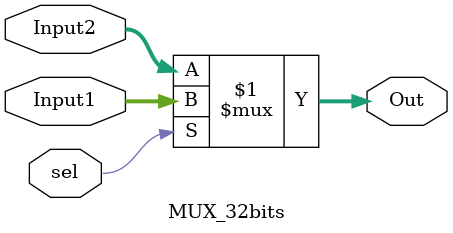
<source format=v>
`timescale 1ns / 1ps


module MUX_32bits(
    input [31:0] Input1,
    input [31:0] Input2,
    input sel,
    output [31:0] Out
    );
    assign Out = sel ? Input1 : Input2;
endmodule

</source>
